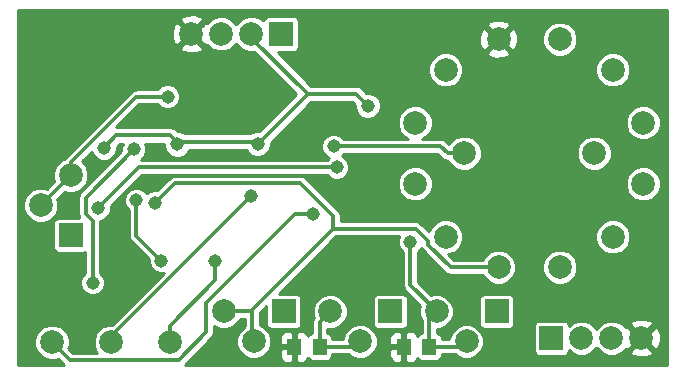
<source format=gbl>
G04 (created by PCBNEW (2013-07-07 BZR 4022)-stable) date 2014-06-17 1:34:36 PM*
%MOIN*%
G04 Gerber Fmt 3.4, Leading zero omitted, Abs format*
%FSLAX34Y34*%
G01*
G70*
G90*
G04 APERTURE LIST*
%ADD10C,0.00590551*%
%ADD11C,0.0787*%
%ADD12R,0.045X0.055*%
%ADD13R,0.0787X0.0787*%
%ADD14C,0.0787402*%
%ADD15C,0.045*%
%ADD16C,0.012*%
%ADD17C,0.014*%
%ADD18C,0.01*%
G04 APERTURE END LIST*
G54D10*
G54D11*
X13543Y-19133D03*
X11574Y-19133D03*
X15511Y-19133D03*
G54D12*
X19653Y-19291D03*
X20503Y-19291D03*
G54D13*
X19216Y-8858D03*
G54D11*
X18216Y-8858D03*
X17216Y-8858D03*
X16216Y-8858D03*
G54D14*
X23677Y-11814D03*
X24696Y-10051D03*
X26460Y-9031D03*
X28500Y-9031D03*
X30263Y-10051D03*
X31283Y-11814D03*
X29645Y-12834D03*
X25314Y-12834D03*
X23677Y-13854D03*
X24696Y-15618D03*
X26460Y-16637D03*
X28500Y-16637D03*
X30263Y-15618D03*
X31283Y-13854D03*
G54D12*
X23295Y-19291D03*
X24145Y-19291D03*
G54D11*
X18307Y-19110D03*
X17307Y-18110D03*
G54D13*
X19307Y-18110D03*
G54D11*
X21850Y-19110D03*
X20850Y-18110D03*
G54D13*
X22850Y-18110D03*
G54D11*
X25393Y-19110D03*
X24393Y-18110D03*
G54D13*
X26393Y-18110D03*
G54D11*
X11204Y-14566D03*
X12204Y-13566D03*
G54D13*
X12204Y-15566D03*
X28224Y-18996D03*
G54D11*
X29224Y-18996D03*
X30224Y-18996D03*
X31224Y-18996D03*
G54D15*
X23523Y-15797D03*
X20275Y-14862D03*
X14386Y-14399D03*
X15216Y-16416D03*
X15022Y-14483D03*
X17013Y-16423D03*
X18433Y-12520D03*
X22096Y-11251D03*
X13306Y-12652D03*
X15746Y-12543D03*
X21065Y-13304D03*
X13119Y-14669D03*
X22047Y-13385D03*
X11102Y-12677D03*
X14468Y-9547D03*
X20964Y-12598D03*
X15425Y-10958D03*
X12931Y-17151D03*
X14302Y-12709D03*
X18208Y-14271D03*
G54D16*
X23523Y-17240D02*
X24393Y-18110D01*
X23523Y-15797D02*
X23523Y-17240D01*
X19676Y-14862D02*
X20275Y-14862D01*
X16713Y-17825D02*
X19676Y-14862D01*
X16713Y-18810D02*
X16713Y-17825D01*
X15796Y-19727D02*
X16713Y-18810D01*
X12168Y-19727D02*
X15796Y-19727D01*
X11574Y-19133D02*
X12168Y-19727D01*
X24145Y-18358D02*
X24393Y-18110D01*
X24145Y-19291D02*
X24145Y-18358D01*
X25212Y-19291D02*
X25393Y-19110D01*
X24145Y-19291D02*
X25212Y-19291D01*
X14386Y-15586D02*
X15216Y-16416D01*
X14386Y-14399D02*
X14386Y-15586D01*
X17307Y-18110D02*
X18246Y-18110D01*
X18246Y-19049D02*
X18307Y-19110D01*
X18246Y-18110D02*
X18246Y-19049D01*
X15678Y-13828D02*
X15022Y-14483D01*
X19856Y-13828D02*
X15678Y-13828D01*
X20944Y-14916D02*
X19856Y-13828D01*
X20944Y-15357D02*
X20944Y-14916D01*
X23709Y-15357D02*
X20944Y-15357D01*
X24102Y-15750D02*
X23709Y-15357D01*
X24102Y-15878D02*
X24102Y-15750D01*
X24862Y-16637D02*
X24102Y-15878D01*
X26460Y-16637D02*
X24862Y-16637D01*
X18246Y-18055D02*
X18246Y-18110D01*
X20944Y-15357D02*
X18246Y-18055D01*
X15511Y-18577D02*
X15511Y-19133D01*
X17013Y-17075D02*
X15511Y-18577D01*
X17013Y-16423D02*
X17013Y-17075D01*
X20503Y-18456D02*
X20850Y-18110D01*
X20503Y-19291D02*
X20503Y-18456D01*
X21669Y-19291D02*
X21850Y-19110D01*
X20503Y-19291D02*
X21669Y-19291D01*
G54D17*
X21703Y-10858D02*
X22096Y-11251D01*
X20094Y-10858D02*
X21703Y-10858D01*
X18216Y-8980D02*
X20094Y-10858D01*
X18216Y-8858D02*
X18216Y-8980D01*
X20094Y-10858D02*
X18433Y-12520D01*
X15736Y-12454D02*
X15835Y-12454D01*
X15519Y-12238D02*
X15736Y-12454D01*
X13720Y-12238D02*
X15519Y-12238D01*
X13306Y-12652D02*
X13720Y-12238D01*
X18367Y-12454D02*
X18433Y-12520D01*
X15835Y-12454D02*
X18367Y-12454D01*
X15835Y-12454D02*
X15746Y-12543D01*
G54D16*
X14483Y-13304D02*
X13119Y-14669D01*
X21065Y-13304D02*
X14483Y-13304D01*
X24521Y-12598D02*
X20964Y-12598D01*
X24758Y-12834D02*
X24521Y-12598D01*
X25314Y-12834D02*
X24758Y-12834D01*
X12204Y-13566D02*
X11204Y-14566D01*
X12204Y-13125D02*
X12204Y-13566D01*
X14370Y-10958D02*
X12204Y-13125D01*
X15425Y-10958D02*
X14370Y-10958D01*
X12931Y-15082D02*
X12931Y-17151D01*
X12694Y-14845D02*
X12931Y-15082D01*
X12694Y-14318D02*
X12694Y-14845D01*
X14302Y-12709D02*
X12694Y-14318D01*
X13543Y-18937D02*
X13543Y-19133D01*
X18208Y-14271D02*
X13543Y-18937D01*
G54D10*
G36*
X32083Y-19879D02*
X31872Y-19879D01*
X31872Y-19100D01*
X31867Y-18966D01*
X31867Y-13738D01*
X31867Y-11699D01*
X31778Y-11484D01*
X31614Y-11320D01*
X31400Y-11231D01*
X31167Y-11231D01*
X30953Y-11319D01*
X30847Y-11425D01*
X30847Y-9935D01*
X30758Y-9720D01*
X30594Y-9556D01*
X30380Y-9467D01*
X30148Y-9467D01*
X29933Y-9556D01*
X29769Y-9720D01*
X29680Y-9934D01*
X29679Y-10166D01*
X29768Y-10381D01*
X29932Y-10545D01*
X30147Y-10634D01*
X30379Y-10634D01*
X30593Y-10546D01*
X30758Y-10382D01*
X30847Y-10167D01*
X30847Y-9935D01*
X30847Y-11425D01*
X30788Y-11483D01*
X30699Y-11698D01*
X30699Y-11930D01*
X30788Y-12145D01*
X30952Y-12309D01*
X31166Y-12398D01*
X31399Y-12398D01*
X31613Y-12310D01*
X31778Y-12146D01*
X31867Y-11931D01*
X31867Y-11699D01*
X31867Y-13738D01*
X31778Y-13524D01*
X31614Y-13359D01*
X31400Y-13270D01*
X31167Y-13270D01*
X30953Y-13359D01*
X30788Y-13523D01*
X30699Y-13737D01*
X30699Y-13969D01*
X30788Y-14184D01*
X30952Y-14348D01*
X31166Y-14437D01*
X31399Y-14438D01*
X31613Y-14349D01*
X31778Y-14185D01*
X31867Y-13970D01*
X31867Y-13738D01*
X31867Y-18966D01*
X31862Y-18844D01*
X31783Y-18651D01*
X31678Y-18613D01*
X31607Y-18683D01*
X31607Y-18542D01*
X31568Y-18437D01*
X31328Y-18348D01*
X31072Y-18357D01*
X30880Y-18437D01*
X30847Y-18526D01*
X30847Y-15502D01*
X30758Y-15287D01*
X30594Y-15123D01*
X30380Y-15034D01*
X30229Y-15034D01*
X30229Y-12719D01*
X30140Y-12504D01*
X29976Y-12340D01*
X29762Y-12251D01*
X29530Y-12250D01*
X29315Y-12339D01*
X29151Y-12503D01*
X29083Y-12665D01*
X29083Y-8915D01*
X28995Y-8701D01*
X28831Y-8536D01*
X28616Y-8447D01*
X28384Y-8447D01*
X28169Y-8536D01*
X28005Y-8700D01*
X27916Y-8914D01*
X27916Y-9147D01*
X28004Y-9361D01*
X28168Y-9526D01*
X28383Y-9615D01*
X28615Y-9615D01*
X28830Y-9526D01*
X28994Y-9362D01*
X29083Y-9148D01*
X29083Y-8915D01*
X29083Y-12665D01*
X29062Y-12718D01*
X29061Y-12950D01*
X29150Y-13164D01*
X29314Y-13329D01*
X29529Y-13418D01*
X29761Y-13418D01*
X29975Y-13329D01*
X30140Y-13165D01*
X30229Y-12951D01*
X30229Y-12719D01*
X30229Y-15034D01*
X30148Y-15034D01*
X29933Y-15122D01*
X29769Y-15287D01*
X29680Y-15501D01*
X29679Y-15733D01*
X29768Y-15948D01*
X29932Y-16112D01*
X30147Y-16201D01*
X30379Y-16201D01*
X30593Y-16113D01*
X30758Y-15949D01*
X30847Y-15734D01*
X30847Y-15502D01*
X30847Y-18526D01*
X30841Y-18542D01*
X31224Y-18925D01*
X31607Y-18542D01*
X31607Y-18683D01*
X31295Y-18996D01*
X31678Y-19378D01*
X31783Y-19340D01*
X31872Y-19100D01*
X31872Y-19879D01*
X31607Y-19879D01*
X31607Y-19449D01*
X31224Y-19066D01*
X31153Y-19137D01*
X31153Y-18996D01*
X30770Y-18613D01*
X30694Y-18641D01*
X30555Y-18501D01*
X30340Y-18412D01*
X30108Y-18412D01*
X29894Y-18501D01*
X29730Y-18665D01*
X29724Y-18678D01*
X29719Y-18665D01*
X29555Y-18501D01*
X29340Y-18412D01*
X29108Y-18412D01*
X29083Y-18422D01*
X29083Y-16522D01*
X28995Y-16307D01*
X28831Y-16143D01*
X28616Y-16054D01*
X28384Y-16053D01*
X28169Y-16142D01*
X28005Y-16306D01*
X27916Y-16521D01*
X27916Y-16753D01*
X28004Y-16968D01*
X28168Y-17132D01*
X28383Y-17221D01*
X28615Y-17221D01*
X28830Y-17132D01*
X28994Y-16968D01*
X29083Y-16754D01*
X29083Y-16522D01*
X29083Y-18422D01*
X28894Y-18501D01*
X28807Y-18587D01*
X28807Y-18564D01*
X28779Y-18495D01*
X28725Y-18441D01*
X28655Y-18412D01*
X28580Y-18412D01*
X27793Y-18412D01*
X27723Y-18441D01*
X27669Y-18494D01*
X27640Y-18564D01*
X27640Y-18640D01*
X27640Y-19427D01*
X27669Y-19497D01*
X27723Y-19550D01*
X27792Y-19579D01*
X27868Y-19579D01*
X28655Y-19579D01*
X28725Y-19550D01*
X28778Y-19497D01*
X28807Y-19427D01*
X28807Y-19404D01*
X28893Y-19490D01*
X29107Y-19579D01*
X29339Y-19579D01*
X29554Y-19491D01*
X29718Y-19327D01*
X29724Y-19313D01*
X29729Y-19326D01*
X29893Y-19490D01*
X30107Y-19579D01*
X30339Y-19579D01*
X30554Y-19491D01*
X30694Y-19350D01*
X30770Y-19378D01*
X31153Y-18996D01*
X31153Y-19137D01*
X30841Y-19449D01*
X30880Y-19554D01*
X31120Y-19643D01*
X31376Y-19634D01*
X31568Y-19554D01*
X31607Y-19449D01*
X31607Y-19879D01*
X27108Y-19879D01*
X27108Y-9135D01*
X27099Y-8879D01*
X27019Y-8687D01*
X26914Y-8648D01*
X26843Y-8719D01*
X26843Y-8577D01*
X26804Y-8472D01*
X26564Y-8383D01*
X26308Y-8392D01*
X26116Y-8472D01*
X26077Y-8577D01*
X26460Y-8960D01*
X26843Y-8577D01*
X26843Y-8719D01*
X26531Y-9031D01*
X26914Y-9414D01*
X27019Y-9375D01*
X27108Y-9135D01*
X27108Y-19879D01*
X26977Y-19879D01*
X26977Y-18466D01*
X26977Y-17679D01*
X26948Y-17609D01*
X26894Y-17555D01*
X26825Y-17526D01*
X26749Y-17526D01*
X25962Y-17526D01*
X25892Y-17555D01*
X25839Y-17608D01*
X25810Y-17678D01*
X25810Y-17754D01*
X25810Y-18541D01*
X25839Y-18611D01*
X25892Y-18664D01*
X25962Y-18693D01*
X26037Y-18693D01*
X26824Y-18693D01*
X26894Y-18664D01*
X26948Y-18611D01*
X26977Y-18541D01*
X26977Y-18466D01*
X26977Y-19879D01*
X23245Y-19879D01*
X23245Y-19753D01*
X23245Y-19341D01*
X23245Y-19241D01*
X23245Y-18828D01*
X23182Y-18766D01*
X23020Y-18766D01*
X22929Y-18804D01*
X22858Y-18874D01*
X22820Y-18966D01*
X22820Y-19065D01*
X22820Y-19178D01*
X22882Y-19241D01*
X23245Y-19241D01*
X23245Y-19341D01*
X22882Y-19341D01*
X22820Y-19403D01*
X22820Y-19516D01*
X22820Y-19616D01*
X22858Y-19708D01*
X22929Y-19778D01*
X23020Y-19816D01*
X23182Y-19816D01*
X23245Y-19753D01*
X23245Y-19879D01*
X22433Y-19879D01*
X22433Y-18994D01*
X22345Y-18780D01*
X22181Y-18615D01*
X21966Y-18526D01*
X21734Y-18526D01*
X21520Y-18615D01*
X21356Y-18779D01*
X21266Y-18993D01*
X21266Y-19041D01*
X20918Y-19041D01*
X20918Y-18978D01*
X20889Y-18908D01*
X20836Y-18855D01*
X20766Y-18826D01*
X20753Y-18826D01*
X20753Y-18693D01*
X20965Y-18693D01*
X21180Y-18605D01*
X21344Y-18441D01*
X21433Y-18226D01*
X21433Y-17994D01*
X21345Y-17780D01*
X21181Y-17615D01*
X20966Y-17526D01*
X20734Y-17526D01*
X20520Y-17615D01*
X20356Y-17779D01*
X20266Y-17993D01*
X20266Y-18225D01*
X20303Y-18314D01*
X20272Y-18361D01*
X20253Y-18456D01*
X20253Y-18826D01*
X20241Y-18826D01*
X20171Y-18855D01*
X20117Y-18908D01*
X20111Y-18924D01*
X20090Y-18874D01*
X20020Y-18804D01*
X19928Y-18766D01*
X19766Y-18766D01*
X19703Y-18828D01*
X19703Y-19241D01*
X19711Y-19241D01*
X19711Y-19341D01*
X19703Y-19341D01*
X19703Y-19753D01*
X19766Y-19816D01*
X19928Y-19816D01*
X20020Y-19778D01*
X20090Y-19708D01*
X20111Y-19658D01*
X20117Y-19673D01*
X20170Y-19727D01*
X20240Y-19756D01*
X20316Y-19756D01*
X20766Y-19756D01*
X20836Y-19727D01*
X20889Y-19674D01*
X20918Y-19604D01*
X20918Y-19541D01*
X21456Y-19541D01*
X21519Y-19604D01*
X21733Y-19693D01*
X21965Y-19693D01*
X22180Y-19605D01*
X22344Y-19441D01*
X22433Y-19226D01*
X22433Y-18994D01*
X22433Y-19879D01*
X19603Y-19879D01*
X19603Y-19753D01*
X19603Y-19341D01*
X19603Y-19241D01*
X19603Y-18828D01*
X19541Y-18766D01*
X19379Y-18766D01*
X19287Y-18804D01*
X19216Y-18874D01*
X19178Y-18966D01*
X19178Y-19065D01*
X19178Y-19178D01*
X19241Y-19241D01*
X19603Y-19241D01*
X19603Y-19341D01*
X19241Y-19341D01*
X19178Y-19403D01*
X19178Y-19516D01*
X19178Y-19616D01*
X19216Y-19708D01*
X19287Y-19778D01*
X19379Y-19816D01*
X19541Y-19816D01*
X19603Y-19753D01*
X19603Y-19879D01*
X15998Y-19879D01*
X16890Y-18987D01*
X16890Y-18987D01*
X16890Y-18987D01*
X16944Y-18906D01*
X16944Y-18906D01*
X16959Y-18829D01*
X16963Y-18810D01*
X16963Y-18810D01*
X16963Y-18810D01*
X16963Y-18592D01*
X16976Y-18604D01*
X17190Y-18693D01*
X17422Y-18693D01*
X17637Y-18605D01*
X17801Y-18441D01*
X17835Y-18360D01*
X17996Y-18360D01*
X17996Y-18607D01*
X17976Y-18615D01*
X17812Y-18779D01*
X17723Y-18993D01*
X17723Y-19225D01*
X17812Y-19440D01*
X17976Y-19604D01*
X18190Y-19693D01*
X18422Y-19693D01*
X18637Y-19605D01*
X18801Y-19441D01*
X18890Y-19226D01*
X18890Y-18994D01*
X18802Y-18780D01*
X18638Y-18615D01*
X18496Y-18557D01*
X18496Y-18158D01*
X18723Y-17931D01*
X18723Y-18541D01*
X18752Y-18611D01*
X18805Y-18664D01*
X18875Y-18693D01*
X18951Y-18693D01*
X19738Y-18693D01*
X19808Y-18664D01*
X19861Y-18611D01*
X19890Y-18541D01*
X19890Y-18466D01*
X19890Y-17679D01*
X19861Y-17609D01*
X19808Y-17555D01*
X19738Y-17526D01*
X19662Y-17526D01*
X19128Y-17526D01*
X21048Y-15607D01*
X23153Y-15607D01*
X23108Y-15715D01*
X23108Y-15880D01*
X23171Y-16032D01*
X23273Y-16134D01*
X23273Y-17240D01*
X23292Y-17335D01*
X23346Y-17416D01*
X23843Y-17913D01*
X23810Y-17993D01*
X23810Y-18225D01*
X23895Y-18432D01*
X23895Y-18826D01*
X23882Y-18826D01*
X23812Y-18855D01*
X23759Y-18908D01*
X23752Y-18924D01*
X23732Y-18874D01*
X23661Y-18804D01*
X23569Y-18766D01*
X23433Y-18766D01*
X23433Y-18466D01*
X23433Y-17679D01*
X23405Y-17609D01*
X23351Y-17555D01*
X23281Y-17526D01*
X23206Y-17526D01*
X22419Y-17526D01*
X22349Y-17555D01*
X22295Y-17608D01*
X22266Y-17678D01*
X22266Y-17754D01*
X22266Y-18541D01*
X22295Y-18611D01*
X22349Y-18664D01*
X22418Y-18693D01*
X22494Y-18693D01*
X23281Y-18693D01*
X23351Y-18664D01*
X23404Y-18611D01*
X23433Y-18541D01*
X23433Y-18466D01*
X23433Y-18766D01*
X23407Y-18766D01*
X23345Y-18828D01*
X23345Y-19241D01*
X23353Y-19241D01*
X23353Y-19341D01*
X23345Y-19341D01*
X23345Y-19753D01*
X23407Y-19816D01*
X23569Y-19816D01*
X23661Y-19778D01*
X23732Y-19708D01*
X23752Y-19658D01*
X23759Y-19673D01*
X23812Y-19727D01*
X23882Y-19756D01*
X23958Y-19756D01*
X24408Y-19756D01*
X24477Y-19727D01*
X24531Y-19674D01*
X24560Y-19604D01*
X24560Y-19541D01*
X24999Y-19541D01*
X25062Y-19604D01*
X25277Y-19693D01*
X25509Y-19693D01*
X25723Y-19605D01*
X25888Y-19441D01*
X25977Y-19226D01*
X25977Y-18994D01*
X25888Y-18780D01*
X25724Y-18615D01*
X25510Y-18526D01*
X25278Y-18526D01*
X25063Y-18615D01*
X24899Y-18779D01*
X24810Y-18993D01*
X24810Y-19041D01*
X24560Y-19041D01*
X24560Y-18978D01*
X24531Y-18908D01*
X24478Y-18855D01*
X24408Y-18826D01*
X24395Y-18826D01*
X24395Y-18693D01*
X24509Y-18693D01*
X24723Y-18605D01*
X24888Y-18441D01*
X24977Y-18226D01*
X24977Y-17994D01*
X24888Y-17780D01*
X24724Y-17615D01*
X24510Y-17526D01*
X24278Y-17526D01*
X24197Y-17560D01*
X23773Y-17136D01*
X23773Y-16134D01*
X23875Y-16033D01*
X23889Y-15999D01*
X23926Y-16055D01*
X24685Y-16814D01*
X24766Y-16868D01*
X24766Y-16868D01*
X24862Y-16887D01*
X25932Y-16887D01*
X25965Y-16968D01*
X26129Y-17132D01*
X26344Y-17221D01*
X26576Y-17221D01*
X26790Y-17132D01*
X26955Y-16968D01*
X27044Y-16754D01*
X27044Y-16522D01*
X26955Y-16307D01*
X26843Y-16195D01*
X26843Y-9485D01*
X26460Y-9102D01*
X26389Y-9172D01*
X26389Y-9031D01*
X26006Y-8648D01*
X25901Y-8687D01*
X25812Y-8927D01*
X25822Y-9183D01*
X25901Y-9375D01*
X26006Y-9414D01*
X26389Y-9031D01*
X26389Y-9172D01*
X26077Y-9485D01*
X26116Y-9590D01*
X26356Y-9679D01*
X26612Y-9670D01*
X26804Y-9590D01*
X26843Y-9485D01*
X26843Y-16195D01*
X26791Y-16143D01*
X26577Y-16054D01*
X26345Y-16053D01*
X26130Y-16142D01*
X25966Y-16306D01*
X25932Y-16387D01*
X25898Y-16387D01*
X25898Y-12719D01*
X25810Y-12504D01*
X25646Y-12340D01*
X25431Y-12251D01*
X25280Y-12250D01*
X25280Y-9935D01*
X25191Y-9720D01*
X25027Y-9556D01*
X24813Y-9467D01*
X24581Y-9467D01*
X24366Y-9556D01*
X24202Y-9720D01*
X24113Y-9934D01*
X24113Y-10166D01*
X24201Y-10381D01*
X24365Y-10545D01*
X24580Y-10634D01*
X24812Y-10634D01*
X25027Y-10546D01*
X25191Y-10382D01*
X25280Y-10167D01*
X25280Y-9935D01*
X25280Y-12250D01*
X25199Y-12250D01*
X24984Y-12339D01*
X24820Y-12503D01*
X24808Y-12531D01*
X24698Y-12421D01*
X24617Y-12367D01*
X24521Y-12348D01*
X23914Y-12348D01*
X24007Y-12310D01*
X24171Y-12146D01*
X24260Y-11931D01*
X24260Y-11699D01*
X24172Y-11484D01*
X24008Y-11320D01*
X23793Y-11231D01*
X23561Y-11231D01*
X23346Y-11319D01*
X23182Y-11483D01*
X23093Y-11698D01*
X23093Y-11930D01*
X23182Y-12145D01*
X23346Y-12309D01*
X23439Y-12348D01*
X21301Y-12348D01*
X21199Y-12246D01*
X21047Y-12183D01*
X20882Y-12183D01*
X20729Y-12246D01*
X20612Y-12363D01*
X20549Y-12515D01*
X20549Y-12680D01*
X20612Y-12833D01*
X20729Y-12950D01*
X20803Y-12980D01*
X20728Y-13054D01*
X14544Y-13054D01*
X14654Y-12945D01*
X14717Y-12792D01*
X14717Y-12627D01*
X14672Y-12518D01*
X15311Y-12518D01*
X15311Y-12629D01*
X15377Y-12789D01*
X15500Y-12912D01*
X15660Y-12978D01*
X15833Y-12978D01*
X15993Y-12912D01*
X16115Y-12790D01*
X16138Y-12734D01*
X18051Y-12734D01*
X18064Y-12766D01*
X18186Y-12888D01*
X18346Y-12954D01*
X18519Y-12955D01*
X18679Y-12889D01*
X18801Y-12766D01*
X18867Y-12606D01*
X18868Y-12480D01*
X20210Y-11138D01*
X21587Y-11138D01*
X21661Y-11212D01*
X21661Y-11337D01*
X21727Y-11497D01*
X21849Y-11620D01*
X22009Y-11686D01*
X22182Y-11686D01*
X22342Y-11620D01*
X22464Y-11498D01*
X22531Y-11338D01*
X22531Y-11165D01*
X22465Y-11005D01*
X22342Y-10883D01*
X22183Y-10816D01*
X22057Y-10816D01*
X21901Y-10660D01*
X21810Y-10600D01*
X21703Y-10578D01*
X20210Y-10578D01*
X19093Y-9461D01*
X19651Y-9461D01*
X19728Y-9429D01*
X19787Y-9370D01*
X19819Y-9293D01*
X19820Y-9210D01*
X19820Y-8423D01*
X19788Y-8345D01*
X19729Y-8286D01*
X19651Y-8254D01*
X19568Y-8254D01*
X18781Y-8254D01*
X18704Y-8286D01*
X18645Y-8345D01*
X18619Y-8407D01*
X18558Y-8346D01*
X18337Y-8254D01*
X18097Y-8254D01*
X17875Y-8346D01*
X17705Y-8515D01*
X17703Y-8520D01*
X17547Y-8363D01*
X17333Y-8274D01*
X17100Y-8274D01*
X16886Y-8363D01*
X16746Y-8503D01*
X16670Y-8475D01*
X16599Y-8546D01*
X16599Y-8404D01*
X16560Y-8299D01*
X16320Y-8210D01*
X16064Y-8219D01*
X15872Y-8299D01*
X15833Y-8404D01*
X16216Y-8787D01*
X16599Y-8404D01*
X16599Y-8546D01*
X16287Y-8858D01*
X16670Y-9241D01*
X16746Y-9213D01*
X16885Y-9352D01*
X17099Y-9441D01*
X17332Y-9441D01*
X17546Y-9353D01*
X17703Y-9196D01*
X17704Y-9199D01*
X17874Y-9369D01*
X18095Y-9461D01*
X18301Y-9461D01*
X19698Y-10858D01*
X18472Y-12085D01*
X18346Y-12084D01*
X18186Y-12151D01*
X18163Y-12174D01*
X16599Y-12174D01*
X16599Y-9311D01*
X16216Y-8928D01*
X16145Y-8999D01*
X16145Y-8858D01*
X15762Y-8475D01*
X15657Y-8514D01*
X15568Y-8754D01*
X15578Y-9009D01*
X15657Y-9202D01*
X15762Y-9241D01*
X16145Y-8858D01*
X16145Y-8999D01*
X15833Y-9311D01*
X15872Y-9416D01*
X16112Y-9506D01*
X16368Y-9496D01*
X16560Y-9416D01*
X16599Y-9311D01*
X16599Y-12174D01*
X15993Y-12174D01*
X15833Y-12108D01*
X15785Y-12108D01*
X15717Y-12040D01*
X15626Y-11979D01*
X15519Y-11958D01*
X13724Y-11958D01*
X14474Y-11208D01*
X15088Y-11208D01*
X15190Y-11310D01*
X15342Y-11373D01*
X15507Y-11373D01*
X15660Y-11310D01*
X15777Y-11194D01*
X15840Y-11041D01*
X15840Y-10876D01*
X15777Y-10724D01*
X15660Y-10607D01*
X15508Y-10543D01*
X15343Y-10543D01*
X15190Y-10606D01*
X15088Y-10708D01*
X14370Y-10708D01*
X14370Y-10708D01*
X14351Y-10712D01*
X14275Y-10727D01*
X14194Y-10782D01*
X14194Y-10782D01*
X12027Y-12948D01*
X11973Y-13029D01*
X11973Y-13031D01*
X11874Y-13071D01*
X11710Y-13235D01*
X11621Y-13450D01*
X11621Y-13682D01*
X11654Y-13763D01*
X11401Y-14016D01*
X11321Y-13983D01*
X11089Y-13983D01*
X10874Y-14071D01*
X10710Y-14235D01*
X10621Y-14450D01*
X10621Y-14682D01*
X10709Y-14897D01*
X10873Y-15061D01*
X11088Y-15150D01*
X11320Y-15150D01*
X11534Y-15061D01*
X11699Y-14897D01*
X11788Y-14683D01*
X11788Y-14451D01*
X11754Y-14370D01*
X12008Y-14117D01*
X12088Y-14150D01*
X12320Y-14150D01*
X12534Y-14061D01*
X12699Y-13897D01*
X12788Y-13683D01*
X12788Y-13451D01*
X12699Y-13236D01*
X12573Y-13110D01*
X12893Y-12790D01*
X12937Y-12898D01*
X13060Y-13020D01*
X13219Y-13087D01*
X13392Y-13087D01*
X13552Y-13021D01*
X13675Y-12899D01*
X13741Y-12739D01*
X13741Y-12613D01*
X13836Y-12518D01*
X13932Y-12518D01*
X13887Y-12626D01*
X13887Y-12771D01*
X12517Y-14141D01*
X12463Y-14222D01*
X12444Y-14318D01*
X12444Y-14845D01*
X12463Y-14940D01*
X12491Y-14983D01*
X11773Y-14983D01*
X11703Y-15012D01*
X11650Y-15065D01*
X11621Y-15135D01*
X11621Y-15211D01*
X11621Y-15998D01*
X11650Y-16067D01*
X11703Y-16121D01*
X11773Y-16150D01*
X11848Y-16150D01*
X12635Y-16150D01*
X12681Y-16131D01*
X12681Y-16814D01*
X12579Y-16916D01*
X12516Y-17068D01*
X12516Y-17233D01*
X12579Y-17386D01*
X12695Y-17503D01*
X12848Y-17566D01*
X13013Y-17566D01*
X13165Y-17503D01*
X13282Y-17386D01*
X13346Y-17234D01*
X13346Y-17069D01*
X13283Y-16916D01*
X13181Y-16814D01*
X13181Y-15084D01*
X13201Y-15084D01*
X13353Y-15021D01*
X13470Y-14904D01*
X13534Y-14752D01*
X13534Y-14607D01*
X14587Y-13554D01*
X20728Y-13554D01*
X20830Y-13656D01*
X20982Y-13719D01*
X21147Y-13720D01*
X21300Y-13656D01*
X21417Y-13540D01*
X21480Y-13387D01*
X21480Y-13222D01*
X21417Y-13070D01*
X21301Y-12953D01*
X21227Y-12922D01*
X21301Y-12848D01*
X24418Y-12848D01*
X24581Y-13011D01*
X24662Y-13065D01*
X24758Y-13084D01*
X24786Y-13084D01*
X24819Y-13164D01*
X24983Y-13329D01*
X25198Y-13418D01*
X25430Y-13418D01*
X25645Y-13329D01*
X25809Y-13165D01*
X25898Y-12951D01*
X25898Y-12719D01*
X25898Y-16387D01*
X24965Y-16387D01*
X24779Y-16201D01*
X24812Y-16201D01*
X25027Y-16113D01*
X25191Y-15949D01*
X25280Y-15734D01*
X25280Y-15502D01*
X25191Y-15287D01*
X25027Y-15123D01*
X24813Y-15034D01*
X24581Y-15034D01*
X24366Y-15122D01*
X24260Y-15228D01*
X24260Y-13738D01*
X24172Y-13524D01*
X24008Y-13359D01*
X23793Y-13270D01*
X23561Y-13270D01*
X23346Y-13359D01*
X23182Y-13523D01*
X23093Y-13737D01*
X23093Y-13969D01*
X23182Y-14184D01*
X23346Y-14348D01*
X23560Y-14437D01*
X23792Y-14438D01*
X24007Y-14349D01*
X24171Y-14185D01*
X24260Y-13970D01*
X24260Y-13738D01*
X24260Y-15228D01*
X24202Y-15287D01*
X24140Y-15434D01*
X23886Y-15180D01*
X23805Y-15126D01*
X23709Y-15107D01*
X21194Y-15107D01*
X21194Y-14916D01*
X21175Y-14820D01*
X21175Y-14820D01*
X21121Y-14739D01*
X20033Y-13651D01*
X19952Y-13597D01*
X19856Y-13578D01*
X15678Y-13578D01*
X15582Y-13597D01*
X15501Y-13651D01*
X15084Y-14068D01*
X14940Y-14068D01*
X14788Y-14131D01*
X14743Y-14176D01*
X14738Y-14164D01*
X14622Y-14047D01*
X14469Y-13984D01*
X14304Y-13984D01*
X14152Y-14047D01*
X14035Y-14163D01*
X13971Y-14316D01*
X13971Y-14481D01*
X14034Y-14633D01*
X14136Y-14736D01*
X14136Y-15586D01*
X14155Y-15682D01*
X14210Y-15763D01*
X14801Y-16354D01*
X14801Y-16498D01*
X14864Y-16651D01*
X14981Y-16767D01*
X15133Y-16831D01*
X15295Y-16831D01*
X13576Y-18550D01*
X13427Y-18550D01*
X13213Y-18638D01*
X13048Y-18802D01*
X12959Y-19017D01*
X12959Y-19249D01*
X13048Y-19463D01*
X13061Y-19477D01*
X12271Y-19477D01*
X12124Y-19330D01*
X12158Y-19250D01*
X12158Y-19018D01*
X12069Y-18803D01*
X11905Y-18639D01*
X11691Y-18550D01*
X11459Y-18550D01*
X11244Y-18638D01*
X11080Y-18802D01*
X10991Y-19017D01*
X10991Y-19249D01*
X11079Y-19463D01*
X11243Y-19628D01*
X11458Y-19717D01*
X11690Y-19717D01*
X11771Y-19683D01*
X11966Y-19879D01*
X10435Y-19879D01*
X10435Y-8073D01*
X12598Y-8073D01*
X32083Y-8073D01*
X32083Y-19879D01*
X32083Y-19879D01*
G37*
G54D18*
X32083Y-19879D02*
X31872Y-19879D01*
X31872Y-19100D01*
X31867Y-18966D01*
X31867Y-13738D01*
X31867Y-11699D01*
X31778Y-11484D01*
X31614Y-11320D01*
X31400Y-11231D01*
X31167Y-11231D01*
X30953Y-11319D01*
X30847Y-11425D01*
X30847Y-9935D01*
X30758Y-9720D01*
X30594Y-9556D01*
X30380Y-9467D01*
X30148Y-9467D01*
X29933Y-9556D01*
X29769Y-9720D01*
X29680Y-9934D01*
X29679Y-10166D01*
X29768Y-10381D01*
X29932Y-10545D01*
X30147Y-10634D01*
X30379Y-10634D01*
X30593Y-10546D01*
X30758Y-10382D01*
X30847Y-10167D01*
X30847Y-9935D01*
X30847Y-11425D01*
X30788Y-11483D01*
X30699Y-11698D01*
X30699Y-11930D01*
X30788Y-12145D01*
X30952Y-12309D01*
X31166Y-12398D01*
X31399Y-12398D01*
X31613Y-12310D01*
X31778Y-12146D01*
X31867Y-11931D01*
X31867Y-11699D01*
X31867Y-13738D01*
X31778Y-13524D01*
X31614Y-13359D01*
X31400Y-13270D01*
X31167Y-13270D01*
X30953Y-13359D01*
X30788Y-13523D01*
X30699Y-13737D01*
X30699Y-13969D01*
X30788Y-14184D01*
X30952Y-14348D01*
X31166Y-14437D01*
X31399Y-14438D01*
X31613Y-14349D01*
X31778Y-14185D01*
X31867Y-13970D01*
X31867Y-13738D01*
X31867Y-18966D01*
X31862Y-18844D01*
X31783Y-18651D01*
X31678Y-18613D01*
X31607Y-18683D01*
X31607Y-18542D01*
X31568Y-18437D01*
X31328Y-18348D01*
X31072Y-18357D01*
X30880Y-18437D01*
X30847Y-18526D01*
X30847Y-15502D01*
X30758Y-15287D01*
X30594Y-15123D01*
X30380Y-15034D01*
X30229Y-15034D01*
X30229Y-12719D01*
X30140Y-12504D01*
X29976Y-12340D01*
X29762Y-12251D01*
X29530Y-12250D01*
X29315Y-12339D01*
X29151Y-12503D01*
X29083Y-12665D01*
X29083Y-8915D01*
X28995Y-8701D01*
X28831Y-8536D01*
X28616Y-8447D01*
X28384Y-8447D01*
X28169Y-8536D01*
X28005Y-8700D01*
X27916Y-8914D01*
X27916Y-9147D01*
X28004Y-9361D01*
X28168Y-9526D01*
X28383Y-9615D01*
X28615Y-9615D01*
X28830Y-9526D01*
X28994Y-9362D01*
X29083Y-9148D01*
X29083Y-8915D01*
X29083Y-12665D01*
X29062Y-12718D01*
X29061Y-12950D01*
X29150Y-13164D01*
X29314Y-13329D01*
X29529Y-13418D01*
X29761Y-13418D01*
X29975Y-13329D01*
X30140Y-13165D01*
X30229Y-12951D01*
X30229Y-12719D01*
X30229Y-15034D01*
X30148Y-15034D01*
X29933Y-15122D01*
X29769Y-15287D01*
X29680Y-15501D01*
X29679Y-15733D01*
X29768Y-15948D01*
X29932Y-16112D01*
X30147Y-16201D01*
X30379Y-16201D01*
X30593Y-16113D01*
X30758Y-15949D01*
X30847Y-15734D01*
X30847Y-15502D01*
X30847Y-18526D01*
X30841Y-18542D01*
X31224Y-18925D01*
X31607Y-18542D01*
X31607Y-18683D01*
X31295Y-18996D01*
X31678Y-19378D01*
X31783Y-19340D01*
X31872Y-19100D01*
X31872Y-19879D01*
X31607Y-19879D01*
X31607Y-19449D01*
X31224Y-19066D01*
X31153Y-19137D01*
X31153Y-18996D01*
X30770Y-18613D01*
X30694Y-18641D01*
X30555Y-18501D01*
X30340Y-18412D01*
X30108Y-18412D01*
X29894Y-18501D01*
X29730Y-18665D01*
X29724Y-18678D01*
X29719Y-18665D01*
X29555Y-18501D01*
X29340Y-18412D01*
X29108Y-18412D01*
X29083Y-18422D01*
X29083Y-16522D01*
X28995Y-16307D01*
X28831Y-16143D01*
X28616Y-16054D01*
X28384Y-16053D01*
X28169Y-16142D01*
X28005Y-16306D01*
X27916Y-16521D01*
X27916Y-16753D01*
X28004Y-16968D01*
X28168Y-17132D01*
X28383Y-17221D01*
X28615Y-17221D01*
X28830Y-17132D01*
X28994Y-16968D01*
X29083Y-16754D01*
X29083Y-16522D01*
X29083Y-18422D01*
X28894Y-18501D01*
X28807Y-18587D01*
X28807Y-18564D01*
X28779Y-18495D01*
X28725Y-18441D01*
X28655Y-18412D01*
X28580Y-18412D01*
X27793Y-18412D01*
X27723Y-18441D01*
X27669Y-18494D01*
X27640Y-18564D01*
X27640Y-18640D01*
X27640Y-19427D01*
X27669Y-19497D01*
X27723Y-19550D01*
X27792Y-19579D01*
X27868Y-19579D01*
X28655Y-19579D01*
X28725Y-19550D01*
X28778Y-19497D01*
X28807Y-19427D01*
X28807Y-19404D01*
X28893Y-19490D01*
X29107Y-19579D01*
X29339Y-19579D01*
X29554Y-19491D01*
X29718Y-19327D01*
X29724Y-19313D01*
X29729Y-19326D01*
X29893Y-19490D01*
X30107Y-19579D01*
X30339Y-19579D01*
X30554Y-19491D01*
X30694Y-19350D01*
X30770Y-19378D01*
X31153Y-18996D01*
X31153Y-19137D01*
X30841Y-19449D01*
X30880Y-19554D01*
X31120Y-19643D01*
X31376Y-19634D01*
X31568Y-19554D01*
X31607Y-19449D01*
X31607Y-19879D01*
X27108Y-19879D01*
X27108Y-9135D01*
X27099Y-8879D01*
X27019Y-8687D01*
X26914Y-8648D01*
X26843Y-8719D01*
X26843Y-8577D01*
X26804Y-8472D01*
X26564Y-8383D01*
X26308Y-8392D01*
X26116Y-8472D01*
X26077Y-8577D01*
X26460Y-8960D01*
X26843Y-8577D01*
X26843Y-8719D01*
X26531Y-9031D01*
X26914Y-9414D01*
X27019Y-9375D01*
X27108Y-9135D01*
X27108Y-19879D01*
X26977Y-19879D01*
X26977Y-18466D01*
X26977Y-17679D01*
X26948Y-17609D01*
X26894Y-17555D01*
X26825Y-17526D01*
X26749Y-17526D01*
X25962Y-17526D01*
X25892Y-17555D01*
X25839Y-17608D01*
X25810Y-17678D01*
X25810Y-17754D01*
X25810Y-18541D01*
X25839Y-18611D01*
X25892Y-18664D01*
X25962Y-18693D01*
X26037Y-18693D01*
X26824Y-18693D01*
X26894Y-18664D01*
X26948Y-18611D01*
X26977Y-18541D01*
X26977Y-18466D01*
X26977Y-19879D01*
X23245Y-19879D01*
X23245Y-19753D01*
X23245Y-19341D01*
X23245Y-19241D01*
X23245Y-18828D01*
X23182Y-18766D01*
X23020Y-18766D01*
X22929Y-18804D01*
X22858Y-18874D01*
X22820Y-18966D01*
X22820Y-19065D01*
X22820Y-19178D01*
X22882Y-19241D01*
X23245Y-19241D01*
X23245Y-19341D01*
X22882Y-19341D01*
X22820Y-19403D01*
X22820Y-19516D01*
X22820Y-19616D01*
X22858Y-19708D01*
X22929Y-19778D01*
X23020Y-19816D01*
X23182Y-19816D01*
X23245Y-19753D01*
X23245Y-19879D01*
X22433Y-19879D01*
X22433Y-18994D01*
X22345Y-18780D01*
X22181Y-18615D01*
X21966Y-18526D01*
X21734Y-18526D01*
X21520Y-18615D01*
X21356Y-18779D01*
X21266Y-18993D01*
X21266Y-19041D01*
X20918Y-19041D01*
X20918Y-18978D01*
X20889Y-18908D01*
X20836Y-18855D01*
X20766Y-18826D01*
X20753Y-18826D01*
X20753Y-18693D01*
X20965Y-18693D01*
X21180Y-18605D01*
X21344Y-18441D01*
X21433Y-18226D01*
X21433Y-17994D01*
X21345Y-17780D01*
X21181Y-17615D01*
X20966Y-17526D01*
X20734Y-17526D01*
X20520Y-17615D01*
X20356Y-17779D01*
X20266Y-17993D01*
X20266Y-18225D01*
X20303Y-18314D01*
X20272Y-18361D01*
X20253Y-18456D01*
X20253Y-18826D01*
X20241Y-18826D01*
X20171Y-18855D01*
X20117Y-18908D01*
X20111Y-18924D01*
X20090Y-18874D01*
X20020Y-18804D01*
X19928Y-18766D01*
X19766Y-18766D01*
X19703Y-18828D01*
X19703Y-19241D01*
X19711Y-19241D01*
X19711Y-19341D01*
X19703Y-19341D01*
X19703Y-19753D01*
X19766Y-19816D01*
X19928Y-19816D01*
X20020Y-19778D01*
X20090Y-19708D01*
X20111Y-19658D01*
X20117Y-19673D01*
X20170Y-19727D01*
X20240Y-19756D01*
X20316Y-19756D01*
X20766Y-19756D01*
X20836Y-19727D01*
X20889Y-19674D01*
X20918Y-19604D01*
X20918Y-19541D01*
X21456Y-19541D01*
X21519Y-19604D01*
X21733Y-19693D01*
X21965Y-19693D01*
X22180Y-19605D01*
X22344Y-19441D01*
X22433Y-19226D01*
X22433Y-18994D01*
X22433Y-19879D01*
X19603Y-19879D01*
X19603Y-19753D01*
X19603Y-19341D01*
X19603Y-19241D01*
X19603Y-18828D01*
X19541Y-18766D01*
X19379Y-18766D01*
X19287Y-18804D01*
X19216Y-18874D01*
X19178Y-18966D01*
X19178Y-19065D01*
X19178Y-19178D01*
X19241Y-19241D01*
X19603Y-19241D01*
X19603Y-19341D01*
X19241Y-19341D01*
X19178Y-19403D01*
X19178Y-19516D01*
X19178Y-19616D01*
X19216Y-19708D01*
X19287Y-19778D01*
X19379Y-19816D01*
X19541Y-19816D01*
X19603Y-19753D01*
X19603Y-19879D01*
X15998Y-19879D01*
X16890Y-18987D01*
X16890Y-18987D01*
X16890Y-18987D01*
X16944Y-18906D01*
X16944Y-18906D01*
X16959Y-18829D01*
X16963Y-18810D01*
X16963Y-18810D01*
X16963Y-18810D01*
X16963Y-18592D01*
X16976Y-18604D01*
X17190Y-18693D01*
X17422Y-18693D01*
X17637Y-18605D01*
X17801Y-18441D01*
X17835Y-18360D01*
X17996Y-18360D01*
X17996Y-18607D01*
X17976Y-18615D01*
X17812Y-18779D01*
X17723Y-18993D01*
X17723Y-19225D01*
X17812Y-19440D01*
X17976Y-19604D01*
X18190Y-19693D01*
X18422Y-19693D01*
X18637Y-19605D01*
X18801Y-19441D01*
X18890Y-19226D01*
X18890Y-18994D01*
X18802Y-18780D01*
X18638Y-18615D01*
X18496Y-18557D01*
X18496Y-18158D01*
X18723Y-17931D01*
X18723Y-18541D01*
X18752Y-18611D01*
X18805Y-18664D01*
X18875Y-18693D01*
X18951Y-18693D01*
X19738Y-18693D01*
X19808Y-18664D01*
X19861Y-18611D01*
X19890Y-18541D01*
X19890Y-18466D01*
X19890Y-17679D01*
X19861Y-17609D01*
X19808Y-17555D01*
X19738Y-17526D01*
X19662Y-17526D01*
X19128Y-17526D01*
X21048Y-15607D01*
X23153Y-15607D01*
X23108Y-15715D01*
X23108Y-15880D01*
X23171Y-16032D01*
X23273Y-16134D01*
X23273Y-17240D01*
X23292Y-17335D01*
X23346Y-17416D01*
X23843Y-17913D01*
X23810Y-17993D01*
X23810Y-18225D01*
X23895Y-18432D01*
X23895Y-18826D01*
X23882Y-18826D01*
X23812Y-18855D01*
X23759Y-18908D01*
X23752Y-18924D01*
X23732Y-18874D01*
X23661Y-18804D01*
X23569Y-18766D01*
X23433Y-18766D01*
X23433Y-18466D01*
X23433Y-17679D01*
X23405Y-17609D01*
X23351Y-17555D01*
X23281Y-17526D01*
X23206Y-17526D01*
X22419Y-17526D01*
X22349Y-17555D01*
X22295Y-17608D01*
X22266Y-17678D01*
X22266Y-17754D01*
X22266Y-18541D01*
X22295Y-18611D01*
X22349Y-18664D01*
X22418Y-18693D01*
X22494Y-18693D01*
X23281Y-18693D01*
X23351Y-18664D01*
X23404Y-18611D01*
X23433Y-18541D01*
X23433Y-18466D01*
X23433Y-18766D01*
X23407Y-18766D01*
X23345Y-18828D01*
X23345Y-19241D01*
X23353Y-19241D01*
X23353Y-19341D01*
X23345Y-19341D01*
X23345Y-19753D01*
X23407Y-19816D01*
X23569Y-19816D01*
X23661Y-19778D01*
X23732Y-19708D01*
X23752Y-19658D01*
X23759Y-19673D01*
X23812Y-19727D01*
X23882Y-19756D01*
X23958Y-19756D01*
X24408Y-19756D01*
X24477Y-19727D01*
X24531Y-19674D01*
X24560Y-19604D01*
X24560Y-19541D01*
X24999Y-19541D01*
X25062Y-19604D01*
X25277Y-19693D01*
X25509Y-19693D01*
X25723Y-19605D01*
X25888Y-19441D01*
X25977Y-19226D01*
X25977Y-18994D01*
X25888Y-18780D01*
X25724Y-18615D01*
X25510Y-18526D01*
X25278Y-18526D01*
X25063Y-18615D01*
X24899Y-18779D01*
X24810Y-18993D01*
X24810Y-19041D01*
X24560Y-19041D01*
X24560Y-18978D01*
X24531Y-18908D01*
X24478Y-18855D01*
X24408Y-18826D01*
X24395Y-18826D01*
X24395Y-18693D01*
X24509Y-18693D01*
X24723Y-18605D01*
X24888Y-18441D01*
X24977Y-18226D01*
X24977Y-17994D01*
X24888Y-17780D01*
X24724Y-17615D01*
X24510Y-17526D01*
X24278Y-17526D01*
X24197Y-17560D01*
X23773Y-17136D01*
X23773Y-16134D01*
X23875Y-16033D01*
X23889Y-15999D01*
X23926Y-16055D01*
X24685Y-16814D01*
X24766Y-16868D01*
X24766Y-16868D01*
X24862Y-16887D01*
X25932Y-16887D01*
X25965Y-16968D01*
X26129Y-17132D01*
X26344Y-17221D01*
X26576Y-17221D01*
X26790Y-17132D01*
X26955Y-16968D01*
X27044Y-16754D01*
X27044Y-16522D01*
X26955Y-16307D01*
X26843Y-16195D01*
X26843Y-9485D01*
X26460Y-9102D01*
X26389Y-9172D01*
X26389Y-9031D01*
X26006Y-8648D01*
X25901Y-8687D01*
X25812Y-8927D01*
X25822Y-9183D01*
X25901Y-9375D01*
X26006Y-9414D01*
X26389Y-9031D01*
X26389Y-9172D01*
X26077Y-9485D01*
X26116Y-9590D01*
X26356Y-9679D01*
X26612Y-9670D01*
X26804Y-9590D01*
X26843Y-9485D01*
X26843Y-16195D01*
X26791Y-16143D01*
X26577Y-16054D01*
X26345Y-16053D01*
X26130Y-16142D01*
X25966Y-16306D01*
X25932Y-16387D01*
X25898Y-16387D01*
X25898Y-12719D01*
X25810Y-12504D01*
X25646Y-12340D01*
X25431Y-12251D01*
X25280Y-12250D01*
X25280Y-9935D01*
X25191Y-9720D01*
X25027Y-9556D01*
X24813Y-9467D01*
X24581Y-9467D01*
X24366Y-9556D01*
X24202Y-9720D01*
X24113Y-9934D01*
X24113Y-10166D01*
X24201Y-10381D01*
X24365Y-10545D01*
X24580Y-10634D01*
X24812Y-10634D01*
X25027Y-10546D01*
X25191Y-10382D01*
X25280Y-10167D01*
X25280Y-9935D01*
X25280Y-12250D01*
X25199Y-12250D01*
X24984Y-12339D01*
X24820Y-12503D01*
X24808Y-12531D01*
X24698Y-12421D01*
X24617Y-12367D01*
X24521Y-12348D01*
X23914Y-12348D01*
X24007Y-12310D01*
X24171Y-12146D01*
X24260Y-11931D01*
X24260Y-11699D01*
X24172Y-11484D01*
X24008Y-11320D01*
X23793Y-11231D01*
X23561Y-11231D01*
X23346Y-11319D01*
X23182Y-11483D01*
X23093Y-11698D01*
X23093Y-11930D01*
X23182Y-12145D01*
X23346Y-12309D01*
X23439Y-12348D01*
X21301Y-12348D01*
X21199Y-12246D01*
X21047Y-12183D01*
X20882Y-12183D01*
X20729Y-12246D01*
X20612Y-12363D01*
X20549Y-12515D01*
X20549Y-12680D01*
X20612Y-12833D01*
X20729Y-12950D01*
X20803Y-12980D01*
X20728Y-13054D01*
X14544Y-13054D01*
X14654Y-12945D01*
X14717Y-12792D01*
X14717Y-12627D01*
X14672Y-12518D01*
X15311Y-12518D01*
X15311Y-12629D01*
X15377Y-12789D01*
X15500Y-12912D01*
X15660Y-12978D01*
X15833Y-12978D01*
X15993Y-12912D01*
X16115Y-12790D01*
X16138Y-12734D01*
X18051Y-12734D01*
X18064Y-12766D01*
X18186Y-12888D01*
X18346Y-12954D01*
X18519Y-12955D01*
X18679Y-12889D01*
X18801Y-12766D01*
X18867Y-12606D01*
X18868Y-12480D01*
X20210Y-11138D01*
X21587Y-11138D01*
X21661Y-11212D01*
X21661Y-11337D01*
X21727Y-11497D01*
X21849Y-11620D01*
X22009Y-11686D01*
X22182Y-11686D01*
X22342Y-11620D01*
X22464Y-11498D01*
X22531Y-11338D01*
X22531Y-11165D01*
X22465Y-11005D01*
X22342Y-10883D01*
X22183Y-10816D01*
X22057Y-10816D01*
X21901Y-10660D01*
X21810Y-10600D01*
X21703Y-10578D01*
X20210Y-10578D01*
X19093Y-9461D01*
X19651Y-9461D01*
X19728Y-9429D01*
X19787Y-9370D01*
X19819Y-9293D01*
X19820Y-9210D01*
X19820Y-8423D01*
X19788Y-8345D01*
X19729Y-8286D01*
X19651Y-8254D01*
X19568Y-8254D01*
X18781Y-8254D01*
X18704Y-8286D01*
X18645Y-8345D01*
X18619Y-8407D01*
X18558Y-8346D01*
X18337Y-8254D01*
X18097Y-8254D01*
X17875Y-8346D01*
X17705Y-8515D01*
X17703Y-8520D01*
X17547Y-8363D01*
X17333Y-8274D01*
X17100Y-8274D01*
X16886Y-8363D01*
X16746Y-8503D01*
X16670Y-8475D01*
X16599Y-8546D01*
X16599Y-8404D01*
X16560Y-8299D01*
X16320Y-8210D01*
X16064Y-8219D01*
X15872Y-8299D01*
X15833Y-8404D01*
X16216Y-8787D01*
X16599Y-8404D01*
X16599Y-8546D01*
X16287Y-8858D01*
X16670Y-9241D01*
X16746Y-9213D01*
X16885Y-9352D01*
X17099Y-9441D01*
X17332Y-9441D01*
X17546Y-9353D01*
X17703Y-9196D01*
X17704Y-9199D01*
X17874Y-9369D01*
X18095Y-9461D01*
X18301Y-9461D01*
X19698Y-10858D01*
X18472Y-12085D01*
X18346Y-12084D01*
X18186Y-12151D01*
X18163Y-12174D01*
X16599Y-12174D01*
X16599Y-9311D01*
X16216Y-8928D01*
X16145Y-8999D01*
X16145Y-8858D01*
X15762Y-8475D01*
X15657Y-8514D01*
X15568Y-8754D01*
X15578Y-9009D01*
X15657Y-9202D01*
X15762Y-9241D01*
X16145Y-8858D01*
X16145Y-8999D01*
X15833Y-9311D01*
X15872Y-9416D01*
X16112Y-9506D01*
X16368Y-9496D01*
X16560Y-9416D01*
X16599Y-9311D01*
X16599Y-12174D01*
X15993Y-12174D01*
X15833Y-12108D01*
X15785Y-12108D01*
X15717Y-12040D01*
X15626Y-11979D01*
X15519Y-11958D01*
X13724Y-11958D01*
X14474Y-11208D01*
X15088Y-11208D01*
X15190Y-11310D01*
X15342Y-11373D01*
X15507Y-11373D01*
X15660Y-11310D01*
X15777Y-11194D01*
X15840Y-11041D01*
X15840Y-10876D01*
X15777Y-10724D01*
X15660Y-10607D01*
X15508Y-10543D01*
X15343Y-10543D01*
X15190Y-10606D01*
X15088Y-10708D01*
X14370Y-10708D01*
X14370Y-10708D01*
X14351Y-10712D01*
X14275Y-10727D01*
X14194Y-10782D01*
X14194Y-10782D01*
X12027Y-12948D01*
X11973Y-13029D01*
X11973Y-13031D01*
X11874Y-13071D01*
X11710Y-13235D01*
X11621Y-13450D01*
X11621Y-13682D01*
X11654Y-13763D01*
X11401Y-14016D01*
X11321Y-13983D01*
X11089Y-13983D01*
X10874Y-14071D01*
X10710Y-14235D01*
X10621Y-14450D01*
X10621Y-14682D01*
X10709Y-14897D01*
X10873Y-15061D01*
X11088Y-15150D01*
X11320Y-15150D01*
X11534Y-15061D01*
X11699Y-14897D01*
X11788Y-14683D01*
X11788Y-14451D01*
X11754Y-14370D01*
X12008Y-14117D01*
X12088Y-14150D01*
X12320Y-14150D01*
X12534Y-14061D01*
X12699Y-13897D01*
X12788Y-13683D01*
X12788Y-13451D01*
X12699Y-13236D01*
X12573Y-13110D01*
X12893Y-12790D01*
X12937Y-12898D01*
X13060Y-13020D01*
X13219Y-13087D01*
X13392Y-13087D01*
X13552Y-13021D01*
X13675Y-12899D01*
X13741Y-12739D01*
X13741Y-12613D01*
X13836Y-12518D01*
X13932Y-12518D01*
X13887Y-12626D01*
X13887Y-12771D01*
X12517Y-14141D01*
X12463Y-14222D01*
X12444Y-14318D01*
X12444Y-14845D01*
X12463Y-14940D01*
X12491Y-14983D01*
X11773Y-14983D01*
X11703Y-15012D01*
X11650Y-15065D01*
X11621Y-15135D01*
X11621Y-15211D01*
X11621Y-15998D01*
X11650Y-16067D01*
X11703Y-16121D01*
X11773Y-16150D01*
X11848Y-16150D01*
X12635Y-16150D01*
X12681Y-16131D01*
X12681Y-16814D01*
X12579Y-16916D01*
X12516Y-17068D01*
X12516Y-17233D01*
X12579Y-17386D01*
X12695Y-17503D01*
X12848Y-17566D01*
X13013Y-17566D01*
X13165Y-17503D01*
X13282Y-17386D01*
X13346Y-17234D01*
X13346Y-17069D01*
X13283Y-16916D01*
X13181Y-16814D01*
X13181Y-15084D01*
X13201Y-15084D01*
X13353Y-15021D01*
X13470Y-14904D01*
X13534Y-14752D01*
X13534Y-14607D01*
X14587Y-13554D01*
X20728Y-13554D01*
X20830Y-13656D01*
X20982Y-13719D01*
X21147Y-13720D01*
X21300Y-13656D01*
X21417Y-13540D01*
X21480Y-13387D01*
X21480Y-13222D01*
X21417Y-13070D01*
X21301Y-12953D01*
X21227Y-12922D01*
X21301Y-12848D01*
X24418Y-12848D01*
X24581Y-13011D01*
X24662Y-13065D01*
X24758Y-13084D01*
X24786Y-13084D01*
X24819Y-13164D01*
X24983Y-13329D01*
X25198Y-13418D01*
X25430Y-13418D01*
X25645Y-13329D01*
X25809Y-13165D01*
X25898Y-12951D01*
X25898Y-12719D01*
X25898Y-16387D01*
X24965Y-16387D01*
X24779Y-16201D01*
X24812Y-16201D01*
X25027Y-16113D01*
X25191Y-15949D01*
X25280Y-15734D01*
X25280Y-15502D01*
X25191Y-15287D01*
X25027Y-15123D01*
X24813Y-15034D01*
X24581Y-15034D01*
X24366Y-15122D01*
X24260Y-15228D01*
X24260Y-13738D01*
X24172Y-13524D01*
X24008Y-13359D01*
X23793Y-13270D01*
X23561Y-13270D01*
X23346Y-13359D01*
X23182Y-13523D01*
X23093Y-13737D01*
X23093Y-13969D01*
X23182Y-14184D01*
X23346Y-14348D01*
X23560Y-14437D01*
X23792Y-14438D01*
X24007Y-14349D01*
X24171Y-14185D01*
X24260Y-13970D01*
X24260Y-13738D01*
X24260Y-15228D01*
X24202Y-15287D01*
X24140Y-15434D01*
X23886Y-15180D01*
X23805Y-15126D01*
X23709Y-15107D01*
X21194Y-15107D01*
X21194Y-14916D01*
X21175Y-14820D01*
X21175Y-14820D01*
X21121Y-14739D01*
X20033Y-13651D01*
X19952Y-13597D01*
X19856Y-13578D01*
X15678Y-13578D01*
X15582Y-13597D01*
X15501Y-13651D01*
X15084Y-14068D01*
X14940Y-14068D01*
X14788Y-14131D01*
X14743Y-14176D01*
X14738Y-14164D01*
X14622Y-14047D01*
X14469Y-13984D01*
X14304Y-13984D01*
X14152Y-14047D01*
X14035Y-14163D01*
X13971Y-14316D01*
X13971Y-14481D01*
X14034Y-14633D01*
X14136Y-14736D01*
X14136Y-15586D01*
X14155Y-15682D01*
X14210Y-15763D01*
X14801Y-16354D01*
X14801Y-16498D01*
X14864Y-16651D01*
X14981Y-16767D01*
X15133Y-16831D01*
X15295Y-16831D01*
X13576Y-18550D01*
X13427Y-18550D01*
X13213Y-18638D01*
X13048Y-18802D01*
X12959Y-19017D01*
X12959Y-19249D01*
X13048Y-19463D01*
X13061Y-19477D01*
X12271Y-19477D01*
X12124Y-19330D01*
X12158Y-19250D01*
X12158Y-19018D01*
X12069Y-18803D01*
X11905Y-18639D01*
X11691Y-18550D01*
X11459Y-18550D01*
X11244Y-18638D01*
X11080Y-18802D01*
X10991Y-19017D01*
X10991Y-19249D01*
X11079Y-19463D01*
X11243Y-19628D01*
X11458Y-19717D01*
X11690Y-19717D01*
X11771Y-19683D01*
X11966Y-19879D01*
X10435Y-19879D01*
X10435Y-8073D01*
X12598Y-8073D01*
X32083Y-8073D01*
X32083Y-19879D01*
M02*

</source>
